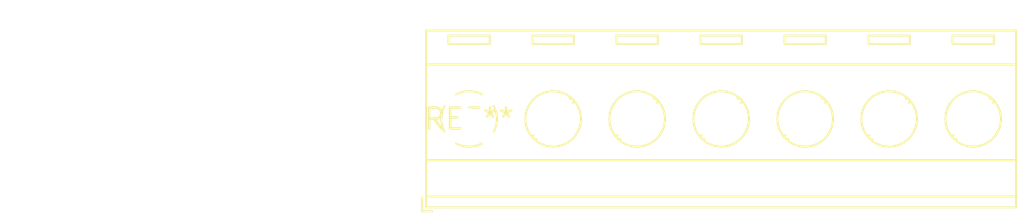
<source format=kicad_pcb>
(kicad_pcb (version 20240108) (generator pcbnew)
  (layers (0 "F.Cu" signal) (31 "B.Cu" signal) (34 "B.Paste" user) (35 "F.Paste" user) (36 "B.SilkS" user "B.Silkscreen") (37 "F.SilkS" user "F.Silkscreen") (38 "B.Mask" user) (39 "F.Mask" user) (44 "Edge.Cuts" user))
  (net 0 "")
  (footprint "TerminalBlock_RND_205-00292_1x07_P5.08mm_Horizontal" (layer "F.Cu") (at 0 0)
    (property "Reference" "REF**")
    (property "Value" "TerminalBlock_RND_205-00292_1x07_P5.08mm_Horizontal")
    (fp_line (start -2.84 4.76) (end -2.84 5.6) (layer "F.SilkS") (stroke (width 0.12)))
    (fp_line (start -2.84 5.6) (end -2.24 5.6) (layer "F.SilkS") (stroke (width 0.12)))
    (fp_line (start -2.6 -5.36) (end -2.6 5.36) (layer "F.SilkS") (stroke (width 0.12)))
    (fp_line (start -2.6 -5.36) (end 33.08 -5.36) (layer "F.SilkS") (stroke (width 0.12)))
    (fp_line (start -2.6 -3.3) (end 33.08 -3.3) (layer "F.SilkS") (stroke (width 0.12)))
    (fp_line (start -2.6 2.5) (end 33.08 2.5) (layer "F.SilkS") (stroke (width 0.12)))
    (fp_line (start -2.6 4.7) (end 33.08 4.7) (layer "F.SilkS") (stroke (width 0.12)))
    (fp_line (start -2.6 5.36) (end 33.08 5.36) (layer "F.SilkS") (stroke (width 0.12)))
    (fp_line (start -1.25 -5.05) (end -1.25 -4.55) (layer "F.SilkS") (stroke (width 0.12)))
    (fp_line (start -1.25 -5.05) (end 1.25 -5.05) (layer "F.SilkS") (stroke (width 0.12)))
    (fp_line (start -1.25 -4.55) (end 1.25 -4.55) (layer "F.SilkS") (stroke (width 0.12)))
    (fp_line (start 1.25 -5.05) (end 1.25 -4.55) (layer "F.SilkS") (stroke (width 0.12)))
    (fp_line (start 3.83 -5.05) (end 3.83 -4.55) (layer "F.SilkS") (stroke (width 0.12)))
    (fp_line (start 3.83 -5.05) (end 6.33 -5.05) (layer "F.SilkS") (stroke (width 0.12)))
    (fp_line (start 3.83 -4.55) (end 6.33 -4.55) (layer "F.SilkS") (stroke (width 0.12)))
    (fp_line (start 3.9 0.976) (end 3.806 1.069) (layer "F.SilkS") (stroke (width 0.12)))
    (fp_line (start 4.07 1.216) (end 4.011 1.274) (layer "F.SilkS") (stroke (width 0.12)))
    (fp_line (start 6.15 -1.275) (end 6.091 -1.216) (layer "F.SilkS") (stroke (width 0.12)))
    (fp_line (start 6.33 -5.05) (end 6.33 -4.55) (layer "F.SilkS") (stroke (width 0.12)))
    (fp_line (start 6.355 -1.069) (end 6.261 -0.976) (layer "F.SilkS") (stroke (width 0.12)))
    (fp_line (start 8.91 -5.05) (end 8.91 -4.55) (layer "F.SilkS") (stroke (width 0.12)))
    (fp_line (start 8.91 -5.05) (end 11.41 -5.05) (layer "F.SilkS") (stroke (width 0.12)))
    (fp_line (start 8.91 -4.55) (end 11.41 -4.55) (layer "F.SilkS") (stroke (width 0.12)))
    (fp_line (start 8.98 0.976) (end 8.886 1.069) (layer "F.SilkS") (stroke (width 0.12)))
    (fp_line (start 9.15 1.216) (end 9.091 1.274) (layer "F.SilkS") (stroke (width 0.12)))
    (fp_line (start 11.23 -1.275) (end 11.171 -1.216) (layer "F.SilkS") (stroke (width 0.12)))
    (fp_line (start 11.41 -5.05) (end 11.41 -4.55) (layer "F.SilkS") (stroke (width 0.12)))
    (fp_line (start 11.435 -1.069) (end 11.341 -0.976) (layer "F.SilkS") (stroke (width 0.12)))
    (fp_line (start 13.99 -5.05) (end 13.99 -4.55) (layer "F.SilkS") (stroke (width 0.12)))
    (fp_line (start 13.99 -5.05) (end 16.49 -5.05) (layer "F.SilkS") (stroke (width 0.12)))
    (fp_line (start 13.99 -4.55) (end 16.49 -4.55) (layer "F.SilkS") (stroke (width 0.12)))
    (fp_line (start 14.06 0.976) (end 13.966 1.069) (layer "F.SilkS") (stroke (width 0.12)))
    (fp_line (start 14.23 1.216) (end 14.171 1.274) (layer "F.SilkS") (stroke (width 0.12)))
    (fp_line (start 16.31 -1.275) (end 16.251 -1.216) (layer "F.SilkS") (stroke (width 0.12)))
    (fp_line (start 16.49 -5.05) (end 16.49 -4.55) (layer "F.SilkS") (stroke (width 0.12)))
    (fp_line (start 16.515 -1.069) (end 16.421 -0.976) (layer "F.SilkS") (stroke (width 0.12)))
    (fp_line (start 19.07 -5.05) (end 19.07 -4.55) (layer "F.SilkS") (stroke (width 0.12)))
    (fp_line (start 19.07 -5.05) (end 21.57 -5.05) (layer "F.SilkS") (stroke (width 0.12)))
    (fp_line (start 19.07 -4.55) (end 21.57 -4.55) (layer "F.SilkS") (stroke (width 0.12)))
    (fp_line (start 19.14 0.976) (end 19.046 1.069) (layer "F.SilkS") (stroke (width 0.12)))
    (fp_line (start 19.31 1.216) (end 19.251 1.274) (layer "F.SilkS") (stroke (width 0.12)))
    (fp_line (start 21.39 -1.275) (end 21.331 -1.216) (layer "F.SilkS") (stroke (width 0.12)))
    (fp_line (start 21.57 -5.05) (end 21.57 -4.55) (layer "F.SilkS") (stroke (width 0.12)))
    (fp_line (start 21.595 -1.069) (end 21.501 -0.976) (layer "F.SilkS") (stroke (width 0.12)))
    (fp_line (start 24.15 -5.05) (end 24.15 -4.55) (layer "F.SilkS") (stroke (width 0.12)))
    (fp_line (start 24.15 -5.05) (end 26.65 -5.05) (layer "F.SilkS") (stroke (width 0.12)))
    (fp_line (start 24.15 -4.55) (end 26.65 -4.55) (layer "F.SilkS") (stroke (width 0.12)))
    (fp_line (start 24.22 0.976) (end 24.126 1.069) (layer "F.SilkS") (stroke (width 0.12)))
    (fp_line (start 24.39 1.216) (end 24.331 1.274) (layer "F.SilkS") (stroke (width 0.12)))
    (fp_line (start 26.47 -1.275) (end 26.411 -1.216) (layer "F.SilkS") (stroke (width 0.12)))
    (fp_line (start 26.65 -5.05) (end 26.65 -4.55) (layer "F.SilkS") (stroke (width 0.12)))
    (fp_line (start 26.675 -1.069) (end 26.581 -0.976) (layer "F.SilkS") (stroke (width 0.12)))
    (fp_line (start 29.23 -5.05) (end 29.23 -4.55) (layer "F.SilkS") (stroke (width 0.12)))
    (fp_line (start 29.23 -5.05) (end 31.73 -5.05) (layer "F.SilkS") (stroke (width 0.12)))
    (fp_line (start 29.23 -4.55) (end 31.73 -4.55) (layer "F.SilkS") (stroke (width 0.12)))
    (fp_line (start 29.3 0.976) (end 29.206 1.069) (layer "F.SilkS") (stroke (width 0.12)))
    (fp_line (start 29.47 1.216) (end 29.411 1.274) (layer "F.SilkS") (stroke (width 0.12)))
    (fp_line (start 31.55 -1.275) (end 31.491 -1.216) (layer "F.SilkS") (stroke (width 0.12)))
    (fp_line (start 31.73 -5.05) (end 31.73 -4.55) (layer "F.SilkS") (stroke (width 0.12)))
    (fp_line (start 31.755 -1.069) (end 31.661 -0.976) (layer "F.SilkS") (stroke (width 0.12)))
    (fp_line (start 33.08 -5.36) (end 33.08 5.36) (layer "F.SilkS") (stroke (width 0.12)))
    (fp_arc (start -1.483953 0.789089) (mid -1.680708 5e-05) (end -1.484 -0.789) (layer "F.SilkS") (stroke (width 0.12)))
    (fp_arc (start -0.789089 -1.483953) (mid -5e-05 -1.680708) (end 0.789 -1.484) (layer "F.SilkS") (stroke (width 0.12)))
    (fp_arc (start 0.029383 1.68045) (mid -0.392304 1.634281) (end -0.789 1.484) (layer "F.SilkS") (stroke (width 0.12)))
    (fp_arc (start 0.788712 1.483352) (mid 0.406429 1.630097) (end 0 1.68) (layer "F.SilkS") (stroke (width 0.12)))
    (fp_arc (start 1.483953 -0.789089) (mid 1.680708 -5e-05) (end 1.484 0.789) (layer "F.SilkS") (stroke (width 0.12)))
    (fp_circle (center 5.08 0) (end 6.76 0) (layer "F.SilkS") (stroke (width 0.12)) (fill none))
    (fp_circle (center 10.16 0) (end 11.84 0) (layer "F.SilkS") (stroke (width 0.12)) (fill none))
    (fp_circle (center 15.24 0) (end 16.92 0) (layer "F.SilkS") (stroke (width 0.12)) (fill none))
    (fp_circle (center 20.32 0) (end 22 0) (layer "F.SilkS") (stroke (width 0.12)) (fill none))
    (fp_circle (center 25.4 0) (end 27.08 0) (layer "F.SilkS") (stroke (width 0.12)) (fill none))
    (fp_circle (center 30.48 0) (end 32.16 0) (layer "F.SilkS") (stroke (width 0.12)) (fill none))
    (pad "1" thru_hole rect (at 0 0) (size 2.5 2.5) (drill 1.3) (layers *.Cu *.Mask) (remove_unused_layers))
    (pad "2" thru_hole circle (at 5.08 0) (size 2.5 2.5) (drill 1.3) (layers *.Cu *.Mask) (remove_unused_layers))
    (pad "3" thru_hole circle (at 10.16 0) (size 2.5 2.5) (drill 1.3) (layers *.Cu *.Mask) (remove_unused_layers))
    (pad "4" thru_hole circle (at 15.24 0) (size 2.5 2.5) (drill 1.3) (layers *.Cu *.Mask) (remove_unused_layers))
    (pad "5" thru_hole circle (at 20.32 0) (size 2.5 2.5) (drill 1.3) (layers *.Cu *.Mask) (remove_unused_layers))
    (pad "6" thru_hole circle (at 25.4 0) (size 2.5 2.5) (drill 1.3) (layers *.Cu *.Mask) (remove_unused_layers))
    (pad "7" thru_hole circle (at 30.48 0) (size 2.5 2.5) (drill 1.3) (layers *.Cu *.Mask) (remove_unused_layers))
  )
)
</source>
